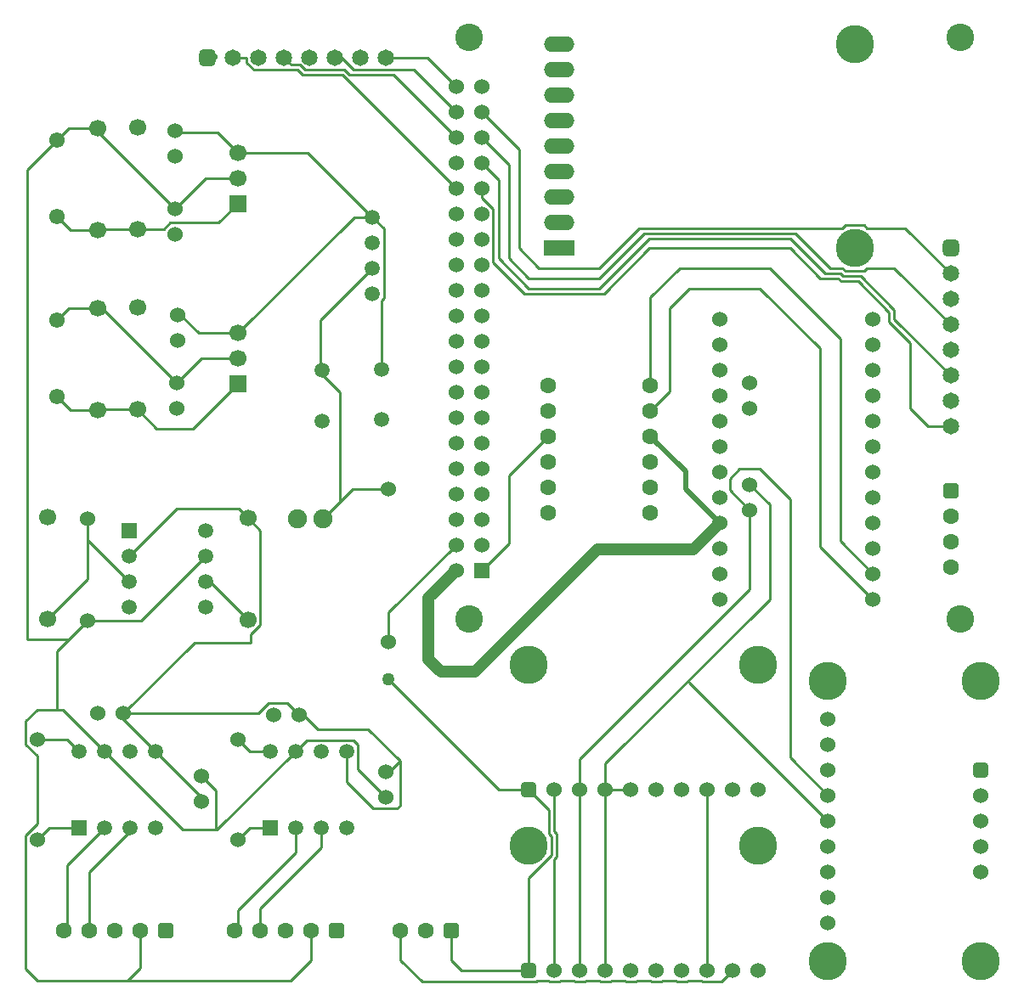
<source format=gtl>
G04 Layer_Physical_Order=1*
G04 Layer_Color=25308*
%FSLAX44Y44*%
%MOMM*%
G71*
G01*
G75*
%ADD10C,0.2540*%
%ADD11C,1.2000*%
%ADD12C,0.5000*%
%ADD13C,1.5240*%
%ADD14C,1.5000*%
%ADD15C,1.6002*%
G04:AMPARAMS|DCode=16|XSize=1.6002mm|YSize=1.6002mm|CornerRadius=0.4001mm|HoleSize=0mm|Usage=FLASHONLY|Rotation=180.000|XOffset=0mm|YOffset=0mm|HoleType=Round|Shape=RoundedRectangle|*
%AMROUNDEDRECTD16*
21,1,1.6002,0.8001,0,0,180.0*
21,1,0.8001,1.6002,0,0,180.0*
1,1,0.8001,-0.4001,0.4001*
1,1,0.8001,0.4001,0.4001*
1,1,0.8001,0.4001,-0.4001*
1,1,0.8001,-0.4001,-0.4001*
%
%ADD16ROUNDEDRECTD16*%
%ADD17C,3.8100*%
%ADD18O,3.0480X1.5240*%
%ADD19R,3.0480X1.5240*%
%ADD20O,3.0480X1.5240*%
%ADD21C,2.7500*%
%ADD22R,1.5240X1.5240*%
%ADD23C,1.7000*%
%ADD24C,1.5500*%
%ADD25C,1.6000*%
G04:AMPARAMS|DCode=26|XSize=1.6002mm|YSize=1.6002mm|CornerRadius=0.4001mm|HoleSize=0mm|Usage=FLASHONLY|Rotation=270.000|XOffset=0mm|YOffset=0mm|HoleType=Round|Shape=RoundedRectangle|*
%AMROUNDEDRECTD26*
21,1,1.6002,0.8001,0,0,270.0*
21,1,0.8001,1.6002,0,0,270.0*
1,1,0.8001,-0.4001,-0.4001*
1,1,0.8001,-0.4001,0.4001*
1,1,0.8001,0.4001,0.4001*
1,1,0.8001,0.4001,-0.4001*
%
%ADD26ROUNDEDRECTD26*%
%ADD27C,1.6510*%
G04:AMPARAMS|DCode=28|XSize=1.651mm|YSize=1.651mm|CornerRadius=0.4128mm|HoleSize=0mm|Usage=FLASHONLY|Rotation=270.000|XOffset=0mm|YOffset=0mm|HoleType=Round|Shape=RoundedRectangle|*
%AMROUNDEDRECTD28*
21,1,1.6510,0.8255,0,0,270.0*
21,1,0.8255,1.6510,0,0,270.0*
1,1,0.8255,-0.4128,-0.4128*
1,1,0.8255,-0.4128,0.4128*
1,1,0.8255,0.4128,0.4128*
1,1,0.8255,0.4128,-0.4128*
%
%ADD28ROUNDEDRECTD28*%
G04:AMPARAMS|DCode=29|XSize=1.524mm|YSize=1.524mm|CornerRadius=0.381mm|HoleSize=0mm|Usage=FLASHONLY|Rotation=0.000|XOffset=0mm|YOffset=0mm|HoleType=Round|Shape=RoundedRectangle|*
%AMROUNDEDRECTD29*
21,1,1.5240,0.7620,0,0,0.0*
21,1,0.7620,1.5240,0,0,0.0*
1,1,0.7620,0.3810,-0.3810*
1,1,0.7620,-0.3810,-0.3810*
1,1,0.7620,-0.3810,0.3810*
1,1,0.7620,0.3810,0.3810*
%
%ADD29ROUNDEDRECTD29*%
G04:AMPARAMS|DCode=30|XSize=1.524mm|YSize=1.524mm|CornerRadius=0.381mm|HoleSize=0mm|Usage=FLASHONLY|Rotation=270.000|XOffset=0mm|YOffset=0mm|HoleType=Round|Shape=RoundedRectangle|*
%AMROUNDEDRECTD30*
21,1,1.5240,0.7620,0,0,270.0*
21,1,0.7620,1.5240,0,0,270.0*
1,1,0.7620,-0.3810,-0.3810*
1,1,0.7620,-0.3810,0.3810*
1,1,0.7620,0.3810,0.3810*
1,1,0.7620,0.3810,-0.3810*
%
%ADD30ROUNDEDRECTD30*%
G04:AMPARAMS|DCode=31|XSize=1.651mm|YSize=1.651mm|CornerRadius=0.4128mm|HoleSize=0mm|Usage=FLASHONLY|Rotation=0.000|XOffset=0mm|YOffset=0mm|HoleType=Round|Shape=RoundedRectangle|*
%AMROUNDEDRECTD31*
21,1,1.6510,0.8255,0,0,0.0*
21,1,0.8255,1.6510,0,0,0.0*
1,1,0.8255,0.4128,-0.4128*
1,1,0.8255,-0.4128,-0.4128*
1,1,0.8255,-0.4128,0.4128*
1,1,0.8255,0.4128,0.4128*
%
%ADD31ROUNDEDRECTD31*%
%ADD32R,1.7000X1.7000*%
%ADD33C,1.9050*%
%ADD34R,1.5000X1.5000*%
%ADD35R,1.5000X1.5000*%
%ADD36C,1.2700*%
D10*
X435400Y820000D02*
X480000Y864600D01*
X578347Y1188653D02*
X578623Y1188929D01*
X458255Y1190000D02*
Y1192104D01*
X420000Y1115400D02*
X460000D01*
X1060160Y969840D02*
X1078103D01*
X1065080Y974920D02*
X1080207D01*
X1098169Y966980D02*
X1128910Y936239D01*
X1080963Y966980D02*
X1098169D01*
X1078103Y969840D02*
X1080963Y966980D01*
X1100273Y972060D02*
X1133990Y938343D01*
X1083067Y972060D02*
X1100273D01*
X1080207Y974920D02*
X1083067Y972060D01*
X1106969Y980000D02*
X1133800D01*
X1104109Y977140D02*
X1106969Y980000D01*
X1085171Y977140D02*
X1104109D01*
X1082311Y980000D02*
X1085171Y977140D01*
X1070000Y980000D02*
X1082311D01*
X1106969Y1020000D02*
X1144600D01*
X1104109Y1022860D02*
X1106969Y1020000D01*
X1085171Y1022860D02*
X1104109D01*
X1082311Y1020000D02*
X1085171Y1022860D01*
X880000Y1020000D02*
X1082311D01*
X1144600D02*
X1190000Y974600D01*
X840000Y980000D02*
X880000Y1020000D01*
X460000Y1115400D02*
X480000Y1095400D01*
X300000Y1108101D02*
X311899Y1120000D01*
X340000Y1018400D02*
X340800Y1019200D01*
X313501Y1018400D02*
X340000D01*
X300000Y1031901D02*
X313501Y1018400D01*
X311899Y940000D02*
X340000D01*
X300000Y928101D02*
X311899Y940000D01*
X340800Y839200D02*
X380000D01*
X340000Y838400D02*
X340800Y839200D01*
X313501Y838400D02*
X340000D01*
X300000Y851901D02*
X313501Y838400D01*
X480800Y740000D02*
X490000Y730800D01*
X419200Y740000D02*
X480800D01*
X371900Y692700D02*
X419200Y740000D01*
X330000Y709200D02*
X371900Y667300D01*
X330000Y709200D02*
Y730000D01*
X270000Y1078101D02*
X300000Y1108101D01*
X270000Y610000D02*
X311600D01*
X270000D02*
Y1078101D01*
X330000Y670000D02*
Y709200D01*
X290000Y630000D02*
X330000Y670000D01*
X331900Y320000D02*
Y378100D01*
X372700Y418900D01*
Y421900D01*
X501900Y320000D02*
Y341900D01*
X562700Y402700D01*
Y421900D01*
X537300Y397300D02*
Y421900D01*
X491900Y498100D02*
X511900D01*
X480000Y510000D02*
X491900Y498100D01*
X280000Y510000D02*
X310000D01*
X321900Y498100D01*
X280002Y409999D02*
X291903Y421900D01*
X321900D01*
X305400Y540000D02*
X347300Y498100D01*
X280000Y270000D02*
X370000D01*
X382700Y282700D01*
X532700Y270000D02*
X552700Y290000D01*
X370000Y270000D02*
X532700D01*
X300000Y540000D02*
Y598400D01*
X311600Y610000D01*
X330000Y628400D01*
X280000Y540000D02*
X300000D01*
X305400D01*
X846200Y460000D02*
X871600D01*
X692500Y290000D02*
X702500Y280000D01*
X770000D01*
X740000Y460000D02*
X770000D01*
X630000Y570000D02*
X740000Y460000D01*
X990000Y660000D02*
Y738900D01*
X820800Y460000D02*
Y490800D01*
X846200Y460000D02*
Y486200D01*
X1030000Y492200D02*
X1067600Y454600D01*
X1030000Y492200D02*
Y750000D01*
X1000000Y780000D02*
X1030000Y750000D01*
X980000Y780000D02*
X1000000D01*
X970000Y758900D02*
X990000Y738900D01*
X750000Y773500D02*
X789200Y812700D01*
X750000Y706000D02*
Y773500D01*
X722700Y678700D02*
X750000Y706000D01*
X789200Y863500D02*
Y869200D01*
X1060000Y702400D02*
X1112400Y650000D01*
X1080000Y707800D02*
X1112400Y675400D01*
X1010000Y650000D02*
Y744300D01*
X990000Y764300D02*
X1010000Y744300D01*
X310000Y384600D02*
X347300Y421900D01*
X310000Y323500D02*
Y384600D01*
X306500Y320000D02*
X310000Y323500D01*
X382700Y282700D02*
Y320000D01*
X552700Y290000D02*
Y320000D01*
X642100Y290000D02*
Y320000D01*
X692500Y290000D02*
Y320000D01*
X814636Y270000D02*
X816066Y268570D01*
X825535D01*
X826964Y270000D01*
X890836D02*
X892266Y268570D01*
X901734D01*
X903165Y270000D01*
X916236D01*
X917666Y268570D01*
X927134D01*
X928565Y270000D01*
X941636D01*
X943066Y268570D01*
X826964Y270000D02*
X840036D01*
X841466Y268570D01*
X850935D01*
X852365Y270000D01*
X865436D01*
X866866Y268570D01*
X876335D01*
X877765Y270000D01*
X890836D01*
X776966Y268570D02*
X778396Y270000D01*
X789236D01*
X790666Y268570D01*
X800135D01*
X801564Y270000D01*
X814636D01*
X663530Y268570D02*
X776966D01*
X943066D02*
X961770D01*
X642100Y290000D02*
X663530Y268570D01*
X961770D02*
X973200Y280000D01*
X268572Y281428D02*
Y414733D01*
X268570Y505266D02*
Y528570D01*
X268572Y281428D02*
X280000Y270000D01*
X268570Y528570D02*
X280000Y540000D01*
X480000Y340000D02*
X537300Y397300D01*
X480000Y323500D02*
Y340000D01*
X476500Y320000D02*
X480000Y323500D01*
X1190000Y949200D02*
Y951704D01*
X970000Y758900D02*
Y770000D01*
X980000Y780000D01*
X890800Y838100D02*
X910000Y857300D01*
Y940000D01*
X930000Y960000D01*
X1000000D01*
X1060000Y900000D01*
Y702400D02*
Y900000D01*
X890800Y863500D02*
Y950800D01*
X920000Y980000D01*
X1080000Y707800D02*
Y910000D01*
X1167800Y822200D02*
X1190000D01*
X1150000Y840000D02*
X1167800Y822200D01*
X722700Y1050464D02*
Y1059700D01*
X1150000Y840000D02*
Y905816D01*
X1128910Y926906D02*
Y936239D01*
Y926906D02*
X1150000Y905816D01*
X1133990Y929010D02*
Y938343D01*
Y929010D02*
X1190000Y873000D01*
X1133800Y980000D02*
X1190000Y923800D01*
X920000Y980000D02*
X1010000D01*
X1080000Y910000D01*
X844920Y954920D02*
X890000Y1000000D01*
X734130Y985870D02*
X765080Y954920D01*
X844920D01*
X740000Y990000D02*
X770000Y960000D01*
X840000D01*
X770000Y970000D02*
X840000D01*
X722700Y1050464D02*
X734130Y1039034D01*
Y985870D02*
Y1039034D01*
X722700Y1085100D02*
X740000Y1067800D01*
Y990000D02*
Y1067800D01*
X750000Y990000D02*
X770000Y970000D01*
X750000Y990000D02*
Y1083200D01*
X722700Y1110500D02*
X750000Y1083200D01*
X722700Y1135900D02*
X760000Y1098600D01*
Y1000000D02*
Y1098600D01*
Y1000000D02*
X780000Y980000D01*
X840000D01*
Y970000D02*
X884920Y1014920D01*
X840000Y960000D02*
X889840Y1009840D01*
X890000Y1000000D02*
X1030000D01*
X889840Y1009840D02*
X1030160D01*
X884920Y1014920D02*
X1035080D01*
X1030000Y1000000D02*
X1060160Y969840D01*
X1030160Y1009840D02*
X1065080Y974920D01*
X1035080Y1014920D02*
X1070000Y980000D01*
X668600Y1190000D02*
X697300Y1161300D01*
X627800Y1190000D02*
X668600D01*
X655265Y1177935D02*
X697300Y1135900D01*
X602400Y1190000D02*
X602560Y1190160D01*
X634945Y1172855D02*
X697300Y1110500D01*
X577000Y1190000D02*
X578347Y1188653D01*
X578347D01*
X578623Y1188929D02*
X583985D01*
Y1188831D02*
Y1188929D01*
X475400Y1190000D02*
X488735D01*
Y1185003D02*
Y1190000D01*
Y1185003D02*
X495802Y1177935D01*
X539418D01*
X583985Y1188831D02*
X594881Y1177935D01*
X655265D01*
X526200Y1190000D02*
X533185Y1183015D01*
X591329Y1172855D02*
X634945D01*
X533185Y1183015D02*
X541522D01*
X546603Y1177935D01*
X586249D02*
X591329Y1172855D01*
X546603Y1177935D02*
X586249D01*
X539418D02*
X544498Y1172855D01*
X584145D01*
X697300Y1059700D01*
X560000Y520000D02*
X610000D01*
X268572Y414733D02*
X280000Y426162D01*
Y493835D01*
X268570Y505266D02*
X280000Y493835D01*
X795400Y418573D02*
Y460000D01*
X770000D02*
X790320Y439680D01*
Y416469D02*
Y439680D01*
Y416469D02*
X792860Y413929D01*
Y394991D02*
Y413929D01*
X795400Y418573D02*
X797940Y416033D01*
Y392887D02*
Y416033D01*
X795400Y390347D02*
X797940Y392887D01*
X347300Y498100D02*
X425400Y420000D01*
X383800Y628400D02*
X448100Y692700D01*
X330000Y628400D02*
X383800D01*
X594500Y760000D02*
X630000D01*
X562000Y877000D02*
Y928300D01*
X614000Y980300D01*
X623000Y879000D02*
Y947905D01*
X625310Y950215D01*
Y1019790D01*
X614000Y1031100D02*
X625310Y1019790D01*
X447600Y1070000D02*
X480000D01*
X417000Y1039400D02*
X447600Y1070000D01*
X340000Y1116400D02*
Y1120000D01*
X460830Y1025430D02*
X480000Y1044600D01*
X441000Y915400D02*
X480000D01*
X422000Y934400D02*
X441000Y915400D01*
X443600Y890000D02*
X480000D01*
X419000Y865400D02*
X443600Y890000D01*
X366000Y536000D02*
X500435D01*
X510866Y546430D01*
X529570D01*
X541000Y535000D01*
X540000Y540000D02*
X560000Y520000D01*
X448100Y667300D02*
X451900D01*
X490000Y629200D01*
X366000Y536000D02*
X437000Y607000D01*
X493000D01*
Y614791D01*
X502310Y624101D01*
Y718490D01*
X490000Y730800D02*
X502310Y718490D01*
X548610Y509410D02*
X595190D01*
X537300Y498100D02*
X548610Y509410D01*
X444000Y448000D02*
Y452200D01*
X398100Y498100D02*
X444000Y452200D01*
X366000Y530200D02*
X398100Y498100D01*
X366000Y530200D02*
Y536000D01*
X444000Y473400D02*
X458000Y459400D01*
Y422000D02*
Y459400D01*
X480002Y409999D02*
X491903Y421900D01*
X511900D01*
X459200Y420000D02*
X537300Y498100D01*
X425400Y420000D02*
X459200D01*
X399200Y820000D02*
X435400D01*
X380000Y839200D02*
X399200Y820000D01*
X344400Y940000D02*
X419000Y865400D01*
X340000Y940000D02*
X344400D01*
X480000Y915400D02*
X595700Y1031100D01*
X614000D01*
X549700Y1095400D02*
X614000Y1031100D01*
X480000Y1095400D02*
X549700D01*
X599410Y480190D02*
X627000Y452600D01*
X599410Y480190D02*
Y505190D01*
X595190Y509410D02*
X599410Y505190D01*
X588100Y467900D02*
Y498100D01*
Y467900D02*
X614830Y441170D01*
X638170D01*
X641430Y444430D01*
X947800Y280000D02*
Y460000D01*
X846200Y280000D02*
Y460000D01*
X795400Y280000D02*
Y390347D01*
X770000Y280000D02*
Y372131D01*
X792860Y394991D01*
X610000Y520000D02*
X641430Y488570D01*
Y444430D02*
Y488570D01*
X820800Y280000D02*
Y460000D01*
X627000Y478000D02*
X630860D01*
X641430Y488570D01*
X340800Y1019200D02*
X380000D01*
X412266Y1025430D02*
X460830D01*
X380000Y1019200D02*
X406035D01*
X412266Y1025430D01*
X340000Y1116400D02*
X417000Y1039400D01*
X311899Y1120000D02*
X340000D01*
X564000Y874000D02*
X582000Y856000D01*
Y747500D02*
Y856000D01*
X564501Y730001D02*
X582000Y747500D01*
X594500Y760000D01*
X930000Y566800D02*
X1067600Y429200D01*
X846200Y486200D02*
X1010000Y650000D01*
X820800Y490800D02*
X990000Y660000D01*
X630000Y607600D02*
Y636800D01*
X697300Y704100D01*
D11*
X670000Y651400D02*
X697300Y678700D01*
X670000Y590000D02*
X682000Y578000D01*
X716000D01*
X838000Y700000D02*
X933800D01*
X960000Y726200D01*
X670000Y590000D02*
Y651400D01*
X716000Y578000D02*
X838000Y700000D01*
D12*
X926000Y760200D02*
Y777500D01*
X890800Y812700D02*
X926000Y777500D01*
Y760200D02*
X960000Y726200D01*
D13*
X515600Y535000D02*
D03*
X541000D02*
D03*
X697300Y1161300D02*
D03*
X722700D02*
D03*
X697300Y1135900D02*
D03*
X722700D02*
D03*
X697300Y1110500D02*
D03*
X722700D02*
D03*
X697300Y1085100D02*
D03*
X722700D02*
D03*
X697300Y1059700D02*
D03*
X722700D02*
D03*
X697300Y1034300D02*
D03*
X722700D02*
D03*
X697300Y1008900D02*
D03*
X722700D02*
D03*
X697300Y983500D02*
D03*
X722700D02*
D03*
X697300Y958100D02*
D03*
X722700D02*
D03*
X697300Y932700D02*
D03*
X722700D02*
D03*
X697300Y907300D02*
D03*
X722700D02*
D03*
X697300Y881900D02*
D03*
X722700D02*
D03*
X697300Y856500D02*
D03*
X722700D02*
D03*
X697300Y831100D02*
D03*
X722700D02*
D03*
X697300Y805700D02*
D03*
X722700D02*
D03*
X697300Y780300D02*
D03*
X722700D02*
D03*
X697300Y754900D02*
D03*
X722700D02*
D03*
X697300Y729500D02*
D03*
X722700D02*
D03*
X697300Y704100D02*
D03*
X722700D02*
D03*
X697300Y678700D02*
D03*
X280002Y409999D02*
D03*
X280000Y510000D02*
D03*
X480002Y409999D02*
D03*
X480000Y510000D02*
D03*
X630000Y607600D02*
D03*
Y760000D02*
D03*
X420000Y908000D02*
D03*
Y933400D02*
D03*
X444000Y448000D02*
D03*
Y473400D02*
D03*
X366000Y536000D02*
D03*
X340600D02*
D03*
X627000Y478000D02*
D03*
Y452600D02*
D03*
X417000Y1092000D02*
D03*
Y1117400D02*
D03*
X419000Y840000D02*
D03*
Y865400D02*
D03*
X330000Y730000D02*
D03*
Y628400D02*
D03*
X990000Y764300D02*
D03*
Y738900D02*
D03*
Y840500D02*
D03*
Y865900D02*
D03*
X1112400Y929400D02*
D03*
X960000Y726200D02*
D03*
Y751600D02*
D03*
Y827800D02*
D03*
Y802400D02*
D03*
Y777000D02*
D03*
Y904000D02*
D03*
Y929400D02*
D03*
Y878600D02*
D03*
Y853200D02*
D03*
Y700800D02*
D03*
Y675400D02*
D03*
Y650000D02*
D03*
X1112400Y675400D02*
D03*
Y700800D02*
D03*
Y853200D02*
D03*
Y878600D02*
D03*
Y904000D02*
D03*
Y777000D02*
D03*
Y802400D02*
D03*
Y827800D02*
D03*
Y751600D02*
D03*
Y726200D02*
D03*
Y650000D02*
D03*
X998600Y280000D02*
D03*
X973200D02*
D03*
X947800D02*
D03*
X922400D02*
D03*
X897000D02*
D03*
X871600D02*
D03*
X846200D02*
D03*
X820800D02*
D03*
X795400D02*
D03*
X998600Y460000D02*
D03*
X973200D02*
D03*
X947800D02*
D03*
X922400D02*
D03*
X897000D02*
D03*
X871600D02*
D03*
X846200D02*
D03*
X820800D02*
D03*
X795400D02*
D03*
X1220000Y454600D02*
D03*
Y429200D02*
D03*
Y403800D02*
D03*
Y378400D02*
D03*
X1067600Y530800D02*
D03*
Y505400D02*
D03*
Y480000D02*
D03*
Y454600D02*
D03*
Y429200D02*
D03*
Y403800D02*
D03*
Y378400D02*
D03*
Y353000D02*
D03*
Y327600D02*
D03*
X417000Y1014000D02*
D03*
Y1039400D02*
D03*
D14*
X623000Y829000D02*
D03*
Y879000D02*
D03*
X371900Y692700D02*
D03*
Y667300D02*
D03*
Y641900D02*
D03*
X448100Y718100D02*
D03*
Y692700D02*
D03*
Y667300D02*
D03*
Y641900D02*
D03*
X347300Y421900D02*
D03*
X372700D02*
D03*
X398100D02*
D03*
X321900Y498100D02*
D03*
X347300D02*
D03*
X372700D02*
D03*
X398100D02*
D03*
X537300Y421900D02*
D03*
X562700D02*
D03*
X588100D02*
D03*
X511900Y498100D02*
D03*
X537300D02*
D03*
X562700D02*
D03*
X588100D02*
D03*
X564000Y828000D02*
D03*
Y878000D02*
D03*
X614000Y1031100D02*
D03*
Y1005700D02*
D03*
Y980300D02*
D03*
Y954900D02*
D03*
D15*
X642100Y320000D02*
D03*
X667500D02*
D03*
X306500D02*
D03*
X331900D02*
D03*
X357300D02*
D03*
X382700D02*
D03*
X1190000Y681900D02*
D03*
Y707300D02*
D03*
Y732700D02*
D03*
X476500Y320000D02*
D03*
X501900D02*
D03*
X527300D02*
D03*
X552700D02*
D03*
D16*
X692500D02*
D03*
X408100D02*
D03*
X578100D02*
D03*
D17*
X1094640Y1000000D02*
D03*
Y1203200D02*
D03*
X770000Y404460D02*
D03*
X998600D02*
D03*
X770000Y584460D02*
D03*
X998600D02*
D03*
X1067600Y568900D02*
D03*
Y289500D02*
D03*
X1220000Y568900D02*
D03*
Y289500D02*
D03*
D18*
X800000Y1076200D02*
D03*
Y1050800D02*
D03*
Y1025400D02*
D03*
D19*
Y1000000D02*
D03*
D20*
Y1101600D02*
D03*
Y1127000D02*
D03*
Y1152400D02*
D03*
Y1177800D02*
D03*
Y1203200D02*
D03*
D21*
X1200000Y1210000D02*
D03*
Y630000D02*
D03*
X710000Y1210000D02*
D03*
Y630000D02*
D03*
D22*
X722700Y678700D02*
D03*
D23*
X340000Y1120000D02*
D03*
Y1018400D02*
D03*
X380000Y1019200D02*
D03*
Y1120800D02*
D03*
X340000Y940000D02*
D03*
Y838400D02*
D03*
X380000Y839200D02*
D03*
Y940800D02*
D03*
X490000Y629200D02*
D03*
Y730800D02*
D03*
X290000Y630000D02*
D03*
Y731600D02*
D03*
X480000Y1070000D02*
D03*
Y1095400D02*
D03*
Y890000D02*
D03*
Y915400D02*
D03*
D24*
X300000Y1031901D02*
D03*
Y1108101D02*
D03*
Y851901D02*
D03*
Y928101D02*
D03*
D25*
X890800Y736500D02*
D03*
Y761900D02*
D03*
Y787300D02*
D03*
Y812700D02*
D03*
Y838100D02*
D03*
Y863500D02*
D03*
X789200D02*
D03*
Y838100D02*
D03*
Y812700D02*
D03*
Y787300D02*
D03*
Y761900D02*
D03*
Y736500D02*
D03*
D26*
X1190000Y758100D02*
D03*
D27*
Y974600D02*
D03*
Y949200D02*
D03*
Y923800D02*
D03*
Y898400D02*
D03*
Y873000D02*
D03*
Y847600D02*
D03*
Y822200D02*
D03*
X475400Y1190000D02*
D03*
X500800D02*
D03*
X526200D02*
D03*
X551600D02*
D03*
X577000D02*
D03*
X602400D02*
D03*
X627800D02*
D03*
D28*
X1190000Y1000001D02*
D03*
D29*
X770000Y280000D02*
D03*
Y460000D02*
D03*
D30*
X1220000Y480000D02*
D03*
D31*
X449999Y1190000D02*
D03*
D32*
X480000Y1044600D02*
D03*
Y864600D02*
D03*
D33*
X564501Y730001D02*
D03*
X539501D02*
D03*
D34*
X371900Y718100D02*
D03*
D35*
X321900Y421900D02*
D03*
X511900D02*
D03*
D36*
X630000Y570000D02*
D03*
M02*

</source>
